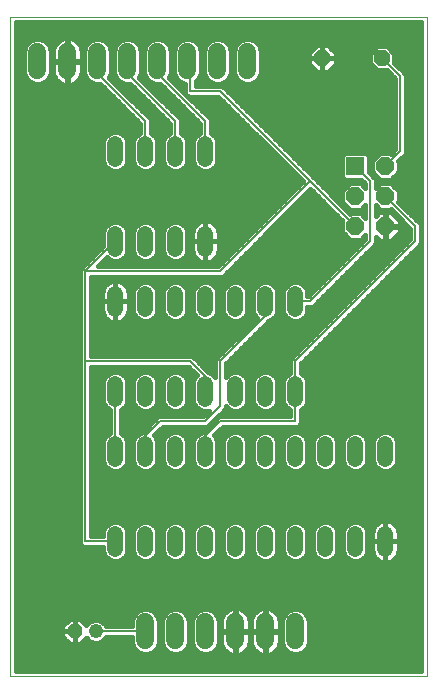
<source format=gtl>
G75*
G70*
%OFA0B0*%
%FSLAX24Y24*%
%IPPOS*%
%LPD*%
%AMOC8*
5,1,8,0,0,1.08239X$1,22.5*
%
%ADD10C,0.0000*%
%ADD11R,0.0600X0.0600*%
%ADD12OC8,0.0600*%
%ADD13C,0.0600*%
%ADD14OC8,0.0480*%
%ADD15C,0.0480*%
%ADD16C,0.0520*%
%ADD17OC8,0.0520*%
%ADD18C,0.0160*%
%ADD19C,0.0060*%
D10*
X000247Y000180D02*
X000247Y022176D01*
X014117Y022176D01*
X014117Y000180D01*
X000247Y000180D01*
D11*
X011747Y017180D03*
D12*
X011747Y016180D03*
X011747Y015180D03*
X012747Y015180D03*
X012747Y016180D03*
X012747Y017180D03*
D13*
X008147Y020380D02*
X008147Y020980D01*
X007147Y020980D02*
X007147Y020380D01*
X006147Y020380D02*
X006147Y020980D01*
X005147Y020980D02*
X005147Y020380D01*
X004147Y020380D02*
X004147Y020980D01*
X003147Y020980D02*
X003147Y020380D01*
X002147Y020380D02*
X002147Y020980D01*
X001147Y020980D02*
X001147Y020380D01*
X004747Y001980D02*
X004747Y001380D01*
X005747Y001380D02*
X005747Y001980D01*
X006747Y001980D02*
X006747Y001380D01*
X007747Y001380D02*
X007747Y001980D01*
X008747Y001980D02*
X008747Y001380D01*
X009747Y001380D02*
X009747Y001980D01*
D14*
X002397Y001680D03*
D15*
X003097Y001680D03*
D16*
X003747Y004420D02*
X003747Y004940D01*
X004747Y004940D02*
X004747Y004420D01*
X005747Y004420D02*
X005747Y004940D01*
X006747Y004940D02*
X006747Y004420D01*
X007747Y004420D02*
X007747Y004940D01*
X008747Y004940D02*
X008747Y004420D01*
X009747Y004420D02*
X009747Y004940D01*
X010747Y004940D02*
X010747Y004420D01*
X011747Y004420D02*
X011747Y004940D01*
X012747Y004940D02*
X012747Y004420D01*
X012747Y007420D02*
X012747Y007940D01*
X011747Y007940D02*
X011747Y007420D01*
X010747Y007420D02*
X010747Y007940D01*
X009747Y007940D02*
X009747Y007420D01*
X008747Y007420D02*
X008747Y007940D01*
X007747Y007940D02*
X007747Y007420D01*
X006747Y007420D02*
X006747Y007940D01*
X005747Y007940D02*
X005747Y007420D01*
X004747Y007420D02*
X004747Y007940D01*
X003747Y007940D02*
X003747Y007420D01*
X003747Y009420D02*
X003747Y009940D01*
X004747Y009940D02*
X004747Y009420D01*
X005747Y009420D02*
X005747Y009940D01*
X006747Y009940D02*
X006747Y009420D01*
X007747Y009420D02*
X007747Y009940D01*
X008747Y009940D02*
X008747Y009420D01*
X009747Y009420D02*
X009747Y009940D01*
X009747Y012420D02*
X009747Y012940D01*
X008747Y012940D02*
X008747Y012420D01*
X007747Y012420D02*
X007747Y012940D01*
X006747Y012940D02*
X006747Y012420D01*
X005747Y012420D02*
X005747Y012940D01*
X004747Y012940D02*
X004747Y012420D01*
X003747Y012420D02*
X003747Y012940D01*
X003747Y014420D02*
X003747Y014940D01*
X004747Y014940D02*
X004747Y014420D01*
X005747Y014420D02*
X005747Y014940D01*
X006747Y014940D02*
X006747Y014420D01*
X006747Y017420D02*
X006747Y017940D01*
X005747Y017940D02*
X005747Y017420D01*
X004747Y017420D02*
X004747Y017940D01*
X003747Y017940D02*
X003747Y017420D01*
D17*
X010647Y020780D03*
X012647Y020780D03*
D18*
X012807Y020380D02*
X012482Y020380D01*
X012247Y020614D01*
X012247Y020946D01*
X012482Y021180D01*
X012813Y021180D01*
X013047Y020946D01*
X013047Y020620D01*
X013318Y020350D01*
X013417Y020250D01*
X013417Y017610D01*
X013179Y017371D01*
X013187Y017362D01*
X013187Y016998D01*
X012929Y016740D01*
X012565Y016740D01*
X012307Y016998D01*
X012307Y017362D01*
X012565Y017620D01*
X012929Y017620D01*
X012938Y017611D01*
X013077Y017750D01*
X013077Y020110D01*
X012807Y020380D01*
X012877Y020310D02*
X008587Y020310D01*
X008587Y020292D02*
X008587Y021068D01*
X008520Y021229D01*
X008396Y021353D01*
X008235Y021420D01*
X008060Y021420D01*
X007898Y021353D01*
X007774Y021229D01*
X007707Y021068D01*
X007707Y020292D01*
X007774Y020131D01*
X007898Y020007D01*
X008060Y019940D01*
X008235Y019940D01*
X008396Y020007D01*
X008520Y020131D01*
X008587Y020292D01*
X008529Y020151D02*
X013036Y020151D01*
X013077Y019993D02*
X008362Y019993D01*
X008587Y020468D02*
X010337Y020468D01*
X010465Y020340D02*
X010207Y020598D01*
X010207Y020780D01*
X010647Y020780D01*
X010647Y020780D01*
X010207Y020780D01*
X010207Y020962D01*
X010465Y021220D01*
X010647Y021220D01*
X010647Y020780D01*
X010647Y020780D01*
X010647Y020340D01*
X010465Y020340D01*
X010647Y020340D02*
X010829Y020340D01*
X011087Y020598D01*
X011087Y020780D01*
X011087Y020962D01*
X010829Y021220D01*
X010647Y021220D01*
X010647Y020780D01*
X010647Y020780D01*
X010647Y020340D01*
X010647Y020468D02*
X010647Y020468D01*
X010647Y020627D02*
X010647Y020627D01*
X010647Y020780D02*
X010647Y020780D01*
X011087Y020780D01*
X010647Y020780D01*
X010647Y020785D02*
X010647Y020785D01*
X010647Y020944D02*
X010647Y020944D01*
X010647Y021102D02*
X010647Y021102D01*
X010347Y021102D02*
X008573Y021102D01*
X008587Y020944D02*
X010207Y020944D01*
X010207Y020785D02*
X008587Y020785D01*
X008587Y020627D02*
X010207Y020627D01*
X010958Y020468D02*
X012394Y020468D01*
X012247Y020627D02*
X011087Y020627D01*
X011087Y020785D02*
X012247Y020785D01*
X012247Y020944D02*
X011087Y020944D01*
X010947Y021102D02*
X012404Y021102D01*
X012891Y021102D02*
X013937Y021102D01*
X013937Y020944D02*
X013047Y020944D01*
X013047Y020785D02*
X013937Y020785D01*
X013937Y020627D02*
X013047Y020627D01*
X013200Y020468D02*
X013937Y020468D01*
X013937Y020310D02*
X013358Y020310D01*
X013417Y020151D02*
X013937Y020151D01*
X013937Y019993D02*
X013417Y019993D01*
X013417Y019834D02*
X013937Y019834D01*
X013937Y019676D02*
X013417Y019676D01*
X013417Y019517D02*
X013937Y019517D01*
X013937Y019359D02*
X013417Y019359D01*
X013417Y019200D02*
X013937Y019200D01*
X013937Y019042D02*
X013417Y019042D01*
X013417Y018883D02*
X013937Y018883D01*
X013937Y018725D02*
X013417Y018725D01*
X013417Y018566D02*
X013937Y018566D01*
X013937Y018408D02*
X013417Y018408D01*
X013417Y018249D02*
X013937Y018249D01*
X013937Y018091D02*
X013417Y018091D01*
X013417Y017932D02*
X013937Y017932D01*
X013937Y017774D02*
X013417Y017774D01*
X013417Y017615D02*
X013937Y017615D01*
X013937Y017457D02*
X013264Y017457D01*
X013187Y017298D02*
X013937Y017298D01*
X013937Y017140D02*
X013187Y017140D01*
X013170Y016981D02*
X013937Y016981D01*
X013937Y016823D02*
X013012Y016823D01*
X012929Y016620D02*
X012565Y016620D01*
X012417Y016472D01*
X012417Y016750D01*
X012318Y016850D01*
X012187Y016980D01*
X012187Y017538D01*
X012105Y017620D01*
X011389Y017620D01*
X011307Y017538D01*
X011307Y016822D01*
X011389Y016740D01*
X011947Y016740D01*
X012077Y016610D01*
X012077Y016472D01*
X011929Y016620D01*
X011565Y016620D01*
X011307Y016362D01*
X011307Y015998D01*
X011565Y015740D01*
X011929Y015740D01*
X012077Y015888D01*
X012077Y015472D01*
X011929Y015620D01*
X011565Y015620D01*
X011556Y015611D01*
X010318Y016850D01*
X007417Y019750D01*
X007318Y019850D01*
X006417Y019850D01*
X006417Y020028D01*
X006520Y020131D01*
X006587Y020292D01*
X006587Y021068D01*
X006520Y021229D01*
X006396Y021353D01*
X006235Y021420D01*
X006060Y021420D01*
X005898Y021353D01*
X005774Y021229D01*
X005707Y021068D01*
X005707Y020292D01*
X005774Y020131D01*
X005898Y020007D01*
X006060Y019940D01*
X006077Y019940D01*
X006077Y019610D01*
X006177Y019510D01*
X007177Y019510D01*
X010007Y016680D01*
X007177Y013850D01*
X003158Y013850D01*
X003455Y014147D01*
X003521Y014081D01*
X003668Y014020D01*
X003827Y014020D01*
X003974Y014081D01*
X004086Y014193D01*
X004147Y014340D01*
X004147Y015020D01*
X004086Y015167D01*
X003974Y015279D01*
X003827Y015340D01*
X003668Y015340D01*
X003521Y015279D01*
X003408Y015167D01*
X003347Y015020D01*
X003347Y014520D01*
X002677Y013850D01*
X002677Y013850D01*
X002577Y013750D01*
X002577Y004610D01*
X002677Y004510D01*
X003347Y004510D01*
X003347Y004340D01*
X003408Y004193D01*
X003521Y004081D01*
X003668Y004020D01*
X003827Y004020D01*
X003974Y004081D01*
X004086Y004193D01*
X004147Y004340D01*
X004147Y005020D01*
X004086Y005167D01*
X003974Y005279D01*
X003827Y005340D01*
X003668Y005340D01*
X003521Y005279D01*
X003408Y005167D01*
X003347Y005020D01*
X003347Y004850D01*
X002917Y004850D01*
X002917Y010510D01*
X006177Y010510D01*
X006464Y010223D01*
X006408Y010167D01*
X006347Y010020D01*
X006347Y009340D01*
X006408Y009193D01*
X006521Y009081D01*
X006668Y009020D01*
X006827Y009020D01*
X006861Y009034D01*
X006677Y008850D01*
X005177Y008850D01*
X005077Y008750D01*
X004666Y008339D01*
X004521Y008279D01*
X004408Y008167D01*
X004347Y008020D01*
X004347Y007340D01*
X004408Y007193D01*
X004521Y007081D01*
X004668Y007020D01*
X004827Y007020D01*
X004974Y007081D01*
X005086Y007193D01*
X005147Y007340D01*
X005147Y008020D01*
X005086Y008167D01*
X005030Y008223D01*
X005318Y008510D01*
X006818Y008510D01*
X007318Y009010D01*
X007417Y009110D01*
X007417Y009184D01*
X007521Y009081D01*
X007668Y009020D01*
X007827Y009020D01*
X007974Y009081D01*
X008086Y009193D01*
X008147Y009340D01*
X008147Y010020D01*
X008086Y010167D01*
X007974Y010279D01*
X007827Y010340D01*
X007668Y010340D01*
X007521Y010279D01*
X007417Y010176D01*
X007417Y010610D01*
X008818Y012010D01*
X008828Y012021D01*
X008974Y012081D01*
X009086Y012193D01*
X009147Y012340D01*
X009147Y013020D01*
X009086Y013167D01*
X008974Y013279D01*
X008827Y013340D01*
X008668Y013340D01*
X008521Y013279D01*
X008408Y013167D01*
X008347Y013020D01*
X008347Y012340D01*
X008408Y012193D01*
X008464Y012137D01*
X007077Y010750D01*
X007077Y010176D01*
X006974Y010279D01*
X006828Y010339D01*
X006417Y010750D01*
X006318Y010850D01*
X002917Y010850D01*
X002917Y013510D01*
X007318Y013510D01*
X007417Y013610D01*
X010247Y016440D01*
X011316Y015371D01*
X011307Y015362D01*
X011307Y014998D01*
X011565Y014740D01*
X011929Y014740D01*
X012077Y014888D01*
X012077Y014750D01*
X010177Y012850D01*
X010147Y012850D01*
X010147Y013020D01*
X010086Y013167D01*
X009974Y013279D01*
X009827Y013340D01*
X009668Y013340D01*
X009521Y013279D01*
X009408Y013167D01*
X009347Y013020D01*
X009347Y012340D01*
X009408Y012193D01*
X009521Y012081D01*
X009668Y012020D01*
X009827Y012020D01*
X009974Y012081D01*
X010086Y012193D01*
X010147Y012340D01*
X010147Y012510D01*
X010318Y012510D01*
X010417Y012610D01*
X012417Y014610D01*
X012417Y014831D01*
X012548Y014700D01*
X012727Y014700D01*
X012727Y015160D01*
X012767Y015160D01*
X012767Y014700D01*
X012946Y014700D01*
X013227Y014981D01*
X013227Y015160D01*
X012767Y015160D01*
X012767Y015200D01*
X012727Y015200D01*
X012727Y015660D01*
X012548Y015660D01*
X012417Y015529D01*
X012417Y015888D01*
X012565Y015740D01*
X012929Y015740D01*
X012938Y015749D01*
X013577Y015110D01*
X013577Y014750D01*
X009677Y010850D01*
X009577Y010750D01*
X009577Y010303D01*
X009521Y010279D01*
X009408Y010167D01*
X009347Y010020D01*
X009347Y009340D01*
X009408Y009193D01*
X009521Y009081D01*
X009577Y009057D01*
X009577Y008850D01*
X007177Y008850D01*
X007077Y008750D01*
X006666Y008339D01*
X006521Y008279D01*
X006408Y008167D01*
X006347Y008020D01*
X006347Y007340D01*
X006408Y007193D01*
X006521Y007081D01*
X006668Y007020D01*
X006827Y007020D01*
X006974Y007081D01*
X007086Y007193D01*
X007147Y007340D01*
X007147Y008020D01*
X007086Y008167D01*
X007030Y008223D01*
X007318Y008510D01*
X009818Y008510D01*
X009917Y008610D01*
X009917Y009057D01*
X009974Y009081D01*
X010086Y009193D01*
X010147Y009340D01*
X010147Y010020D01*
X010086Y010167D01*
X009974Y010279D01*
X009917Y010303D01*
X009917Y010610D01*
X013917Y014610D01*
X013917Y015250D01*
X013818Y015350D01*
X013179Y015989D01*
X013187Y015998D01*
X013187Y016362D01*
X012929Y016620D01*
X013044Y016506D02*
X013937Y016506D01*
X013937Y016664D02*
X012417Y016664D01*
X012417Y016506D02*
X012450Y016506D01*
X012482Y016823D02*
X012345Y016823D01*
X012324Y016981D02*
X012187Y016981D01*
X012187Y017140D02*
X012307Y017140D01*
X012307Y017298D02*
X012187Y017298D01*
X012187Y017457D02*
X012401Y017457D01*
X012560Y017615D02*
X012110Y017615D01*
X012023Y016664D02*
X010504Y016664D01*
X010662Y016506D02*
X011450Y016506D01*
X011307Y016347D02*
X010821Y016347D01*
X010979Y016189D02*
X011307Y016189D01*
X011307Y016030D02*
X011138Y016030D01*
X011296Y015872D02*
X011433Y015872D01*
X011455Y015713D02*
X012077Y015713D01*
X012077Y015555D02*
X011995Y015555D01*
X012061Y015872D02*
X012077Y015872D01*
X012417Y015872D02*
X012433Y015872D01*
X012417Y015713D02*
X012974Y015713D01*
X012946Y015660D02*
X012767Y015660D01*
X012767Y015200D01*
X013227Y015200D01*
X013227Y015379D01*
X012946Y015660D01*
X013052Y015555D02*
X013132Y015555D01*
X013210Y015396D02*
X013291Y015396D01*
X013227Y015238D02*
X013449Y015238D01*
X013577Y015079D02*
X013227Y015079D01*
X013167Y014921D02*
X013577Y014921D01*
X013577Y014762D02*
X013008Y014762D01*
X012767Y014762D02*
X012727Y014762D01*
X012727Y014921D02*
X012767Y014921D01*
X012767Y015079D02*
X012727Y015079D01*
X012727Y015238D02*
X012767Y015238D01*
X012767Y015396D02*
X012727Y015396D01*
X012727Y015555D02*
X012767Y015555D01*
X012443Y015555D02*
X012417Y015555D01*
X012417Y014762D02*
X012486Y014762D01*
X012411Y014604D02*
X013430Y014604D01*
X013272Y014445D02*
X012253Y014445D01*
X012094Y014287D02*
X013113Y014287D01*
X012955Y014128D02*
X011936Y014128D01*
X011777Y013970D02*
X012796Y013970D01*
X012638Y013811D02*
X011619Y013811D01*
X011460Y013653D02*
X012479Y013653D01*
X012321Y013494D02*
X011302Y013494D01*
X011143Y013336D02*
X012162Y013336D01*
X012004Y013177D02*
X010985Y013177D01*
X010826Y013019D02*
X011845Y013019D01*
X011687Y012860D02*
X010668Y012860D01*
X010509Y012702D02*
X011528Y012702D01*
X011370Y012543D02*
X010351Y012543D01*
X010147Y012385D02*
X011211Y012385D01*
X011053Y012226D02*
X010100Y012226D01*
X009942Y012068D02*
X010894Y012068D01*
X010736Y011909D02*
X008717Y011909D01*
X008558Y011751D02*
X010577Y011751D01*
X010419Y011592D02*
X008400Y011592D01*
X008241Y011434D02*
X010260Y011434D01*
X010102Y011275D02*
X008083Y011275D01*
X007924Y011117D02*
X009943Y011117D01*
X009785Y010958D02*
X007766Y010958D01*
X007607Y010800D02*
X009626Y010800D01*
X009577Y010641D02*
X007449Y010641D01*
X007417Y010483D02*
X009577Y010483D01*
X009577Y010324D02*
X008865Y010324D01*
X008827Y010340D02*
X008668Y010340D01*
X008521Y010279D01*
X008408Y010167D01*
X008347Y010020D01*
X008347Y009340D01*
X008408Y009193D01*
X008521Y009081D01*
X008668Y009020D01*
X008827Y009020D01*
X008974Y009081D01*
X009086Y009193D01*
X009147Y009340D01*
X009147Y010020D01*
X009086Y010167D01*
X008974Y010279D01*
X008827Y010340D01*
X009087Y010166D02*
X009408Y010166D01*
X009347Y010007D02*
X009147Y010007D01*
X009147Y009849D02*
X009347Y009849D01*
X009347Y009690D02*
X009147Y009690D01*
X009147Y009532D02*
X009347Y009532D01*
X009347Y009373D02*
X009147Y009373D01*
X009095Y009215D02*
X009399Y009215D01*
X009577Y009056D02*
X008914Y009056D01*
X008581Y009056D02*
X007914Y009056D01*
X008095Y009215D02*
X008399Y009215D01*
X008347Y009373D02*
X008147Y009373D01*
X008147Y009532D02*
X008347Y009532D01*
X008347Y009690D02*
X008147Y009690D01*
X008147Y009849D02*
X008347Y009849D01*
X008347Y010007D02*
X008147Y010007D01*
X008087Y010166D02*
X008408Y010166D01*
X008629Y010324D02*
X007865Y010324D01*
X007629Y010324D02*
X007417Y010324D01*
X007077Y010324D02*
X006865Y010324D01*
X006685Y010483D02*
X007077Y010483D01*
X007077Y010641D02*
X006527Y010641D01*
X006368Y010800D02*
X007126Y010800D01*
X007285Y010958D02*
X002917Y010958D01*
X002917Y011117D02*
X007443Y011117D01*
X007602Y011275D02*
X002917Y011275D01*
X002917Y011434D02*
X007760Y011434D01*
X007919Y011592D02*
X002917Y011592D01*
X002917Y011751D02*
X008077Y011751D01*
X007942Y012068D02*
X008394Y012068D01*
X008395Y012226D02*
X008100Y012226D01*
X008086Y012193D02*
X008147Y012340D01*
X008147Y013020D01*
X008086Y013167D01*
X007974Y013279D01*
X007827Y013340D01*
X007668Y013340D01*
X007521Y013279D01*
X007408Y013167D01*
X007347Y013020D01*
X007347Y012340D01*
X007408Y012193D01*
X007521Y012081D01*
X007668Y012020D01*
X007827Y012020D01*
X007974Y012081D01*
X008086Y012193D01*
X008147Y012385D02*
X008347Y012385D01*
X008347Y012543D02*
X008147Y012543D01*
X008147Y012702D02*
X008347Y012702D01*
X008347Y012860D02*
X008147Y012860D01*
X008147Y013019D02*
X008347Y013019D01*
X008419Y013177D02*
X008076Y013177D01*
X007838Y013336D02*
X008657Y013336D01*
X008838Y013336D02*
X009657Y013336D01*
X009419Y013177D02*
X009076Y013177D01*
X009147Y013019D02*
X009347Y013019D01*
X009347Y012860D02*
X009147Y012860D01*
X009147Y012702D02*
X009347Y012702D01*
X009347Y012543D02*
X009147Y012543D01*
X009147Y012385D02*
X009347Y012385D01*
X009395Y012226D02*
X009100Y012226D01*
X008942Y012068D02*
X009553Y012068D01*
X010147Y012860D02*
X010187Y012860D01*
X010147Y013019D02*
X010345Y013019D01*
X010504Y013177D02*
X010076Y013177D01*
X009838Y013336D02*
X010662Y013336D01*
X010821Y013494D02*
X002917Y013494D01*
X002917Y013336D02*
X003554Y013336D01*
X003578Y013348D02*
X003517Y013316D01*
X003461Y013276D01*
X003412Y013227D01*
X003371Y013171D01*
X003339Y013109D01*
X003318Y013043D01*
X003307Y012975D01*
X003307Y012680D01*
X003307Y012385D01*
X003318Y012317D01*
X003339Y012251D01*
X003371Y012189D01*
X003412Y012133D01*
X003461Y012084D01*
X003517Y012044D01*
X003578Y012012D01*
X003644Y011991D01*
X003713Y011980D01*
X003747Y011980D01*
X003747Y012680D01*
X003307Y012680D01*
X003747Y012680D01*
X003747Y012680D01*
X003747Y012680D01*
X003747Y013380D01*
X003713Y013380D01*
X003644Y013369D01*
X003578Y013348D01*
X003747Y013336D02*
X003747Y013336D01*
X003747Y013380D02*
X003747Y012680D01*
X003747Y012680D01*
X003747Y011980D01*
X003782Y011980D01*
X003850Y011991D01*
X003916Y012012D01*
X003978Y012044D01*
X004034Y012084D01*
X004083Y012133D01*
X004124Y012189D01*
X004155Y012251D01*
X004176Y012317D01*
X004187Y012385D01*
X004187Y012680D01*
X003747Y012680D01*
X004187Y012680D01*
X004187Y012975D01*
X004176Y013043D01*
X004155Y013109D01*
X004124Y013171D01*
X004083Y013227D01*
X004034Y013276D01*
X003978Y013316D01*
X003916Y013348D01*
X003850Y013369D01*
X003782Y013380D01*
X003747Y013380D01*
X003747Y013177D02*
X003747Y013177D01*
X003747Y013019D02*
X003747Y013019D01*
X003747Y012860D02*
X003747Y012860D01*
X003747Y012702D02*
X003747Y012702D01*
X003747Y012680D02*
X003747Y012680D01*
X003747Y012543D02*
X003747Y012543D01*
X003747Y012385D02*
X003747Y012385D01*
X003747Y012226D02*
X003747Y012226D01*
X003747Y012068D02*
X003747Y012068D01*
X003484Y012068D02*
X002917Y012068D01*
X002917Y012226D02*
X003352Y012226D01*
X003307Y012385D02*
X002917Y012385D01*
X002917Y012543D02*
X003307Y012543D01*
X003307Y012702D02*
X002917Y012702D01*
X002917Y012860D02*
X003307Y012860D01*
X003314Y013019D02*
X002917Y013019D01*
X002917Y013177D02*
X003376Y013177D01*
X003940Y013336D02*
X004657Y013336D01*
X004668Y013340D02*
X004521Y013279D01*
X004408Y013167D01*
X004347Y013020D01*
X004347Y012340D01*
X004408Y012193D01*
X004521Y012081D01*
X004668Y012020D01*
X004827Y012020D01*
X004974Y012081D01*
X005086Y012193D01*
X005147Y012340D01*
X005147Y013020D01*
X005086Y013167D01*
X004974Y013279D01*
X004827Y013340D01*
X004668Y013340D01*
X004838Y013336D02*
X005657Y013336D01*
X005668Y013340D02*
X005521Y013279D01*
X005408Y013167D01*
X005347Y013020D01*
X005347Y012340D01*
X005408Y012193D01*
X005521Y012081D01*
X005668Y012020D01*
X005827Y012020D01*
X005974Y012081D01*
X006086Y012193D01*
X006147Y012340D01*
X006147Y013020D01*
X006086Y013167D01*
X005974Y013279D01*
X005827Y013340D01*
X005668Y013340D01*
X005838Y013336D02*
X006657Y013336D01*
X006668Y013340D02*
X006521Y013279D01*
X006408Y013167D01*
X006347Y013020D01*
X006347Y012340D01*
X006408Y012193D01*
X006521Y012081D01*
X006668Y012020D01*
X006827Y012020D01*
X006974Y012081D01*
X007086Y012193D01*
X007147Y012340D01*
X007147Y013020D01*
X007086Y013167D01*
X006974Y013279D01*
X006827Y013340D01*
X006668Y013340D01*
X006838Y013336D02*
X007657Y013336D01*
X007419Y013177D02*
X007076Y013177D01*
X007147Y013019D02*
X007347Y013019D01*
X007347Y012860D02*
X007147Y012860D01*
X007147Y012702D02*
X007347Y012702D01*
X007347Y012543D02*
X007147Y012543D01*
X007147Y012385D02*
X007347Y012385D01*
X007395Y012226D02*
X007100Y012226D01*
X006942Y012068D02*
X007553Y012068D01*
X008236Y011909D02*
X002917Y011909D01*
X002577Y011909D02*
X000427Y011909D01*
X000427Y011751D02*
X002577Y011751D01*
X002577Y011592D02*
X000427Y011592D01*
X000427Y011434D02*
X002577Y011434D01*
X002577Y011275D02*
X000427Y011275D01*
X000427Y011117D02*
X002577Y011117D01*
X002577Y010958D02*
X000427Y010958D01*
X000427Y010800D02*
X002577Y010800D01*
X002577Y010641D02*
X000427Y010641D01*
X000427Y010483D02*
X002577Y010483D01*
X002577Y010324D02*
X000427Y010324D01*
X000427Y010166D02*
X002577Y010166D01*
X002577Y010007D02*
X000427Y010007D01*
X000427Y009849D02*
X002577Y009849D01*
X002577Y009690D02*
X000427Y009690D01*
X000427Y009532D02*
X002577Y009532D01*
X002577Y009373D02*
X000427Y009373D01*
X000427Y009215D02*
X002577Y009215D01*
X002577Y009056D02*
X000427Y009056D01*
X000427Y008898D02*
X002577Y008898D01*
X002577Y008739D02*
X000427Y008739D01*
X000427Y008581D02*
X002577Y008581D01*
X002577Y008422D02*
X000427Y008422D01*
X000427Y008264D02*
X002577Y008264D01*
X002577Y008105D02*
X000427Y008105D01*
X000427Y007947D02*
X002577Y007947D01*
X002577Y007788D02*
X000427Y007788D01*
X000427Y007630D02*
X002577Y007630D01*
X002577Y007471D02*
X000427Y007471D01*
X000427Y007313D02*
X002577Y007313D01*
X002577Y007154D02*
X000427Y007154D01*
X000427Y006996D02*
X002577Y006996D01*
X002577Y006837D02*
X000427Y006837D01*
X000427Y006679D02*
X002577Y006679D01*
X002577Y006520D02*
X000427Y006520D01*
X000427Y006362D02*
X002577Y006362D01*
X002577Y006203D02*
X000427Y006203D01*
X000427Y006045D02*
X002577Y006045D01*
X002577Y005886D02*
X000427Y005886D01*
X000427Y005728D02*
X002577Y005728D01*
X002577Y005569D02*
X000427Y005569D01*
X000427Y005411D02*
X002577Y005411D01*
X002577Y005252D02*
X000427Y005252D01*
X000427Y005094D02*
X002577Y005094D01*
X002577Y004935D02*
X000427Y004935D01*
X000427Y004777D02*
X002577Y004777D01*
X002577Y004618D02*
X000427Y004618D01*
X000427Y004460D02*
X003347Y004460D01*
X003364Y004301D02*
X000427Y004301D01*
X000427Y004143D02*
X003459Y004143D01*
X004035Y004143D02*
X004459Y004143D01*
X004408Y004193D02*
X004521Y004081D01*
X004668Y004020D01*
X004827Y004020D01*
X004974Y004081D01*
X005086Y004193D01*
X005147Y004340D01*
X005147Y005020D01*
X005086Y005167D01*
X004974Y005279D01*
X004827Y005340D01*
X004668Y005340D01*
X004521Y005279D01*
X004408Y005167D01*
X004347Y005020D01*
X004347Y004340D01*
X004408Y004193D01*
X004364Y004301D02*
X004131Y004301D01*
X004147Y004460D02*
X004347Y004460D01*
X004347Y004618D02*
X004147Y004618D01*
X004147Y004777D02*
X004347Y004777D01*
X004347Y004935D02*
X004147Y004935D01*
X004117Y005094D02*
X004378Y005094D01*
X004494Y005252D02*
X004001Y005252D01*
X003494Y005252D02*
X002917Y005252D01*
X002917Y005094D02*
X003378Y005094D01*
X003347Y004935D02*
X002917Y004935D01*
X002917Y005411D02*
X013937Y005411D01*
X013937Y005569D02*
X002917Y005569D01*
X002917Y005728D02*
X013937Y005728D01*
X013937Y005886D02*
X002917Y005886D01*
X002917Y006045D02*
X013937Y006045D01*
X013937Y006203D02*
X002917Y006203D01*
X002917Y006362D02*
X013937Y006362D01*
X013937Y006520D02*
X002917Y006520D01*
X002917Y006679D02*
X013937Y006679D01*
X013937Y006837D02*
X002917Y006837D01*
X002917Y006996D02*
X013937Y006996D01*
X013937Y007154D02*
X013047Y007154D01*
X013086Y007193D02*
X013147Y007340D01*
X013147Y008020D01*
X013086Y008167D01*
X012974Y008279D01*
X012827Y008340D01*
X012668Y008340D01*
X012521Y008279D01*
X012408Y008167D01*
X012347Y008020D01*
X012347Y007340D01*
X012408Y007193D01*
X012521Y007081D01*
X012668Y007020D01*
X012827Y007020D01*
X012974Y007081D01*
X013086Y007193D01*
X013136Y007313D02*
X013937Y007313D01*
X013937Y007471D02*
X013147Y007471D01*
X013147Y007630D02*
X013937Y007630D01*
X013937Y007788D02*
X013147Y007788D01*
X013147Y007947D02*
X013937Y007947D01*
X013937Y008105D02*
X013112Y008105D01*
X012989Y008264D02*
X013937Y008264D01*
X013937Y008422D02*
X007230Y008422D01*
X007071Y008264D02*
X007505Y008264D01*
X007521Y008279D02*
X007408Y008167D01*
X007347Y008020D01*
X007347Y007340D01*
X007408Y007193D01*
X007521Y007081D01*
X007668Y007020D01*
X007827Y007020D01*
X007974Y007081D01*
X008086Y007193D01*
X008147Y007340D01*
X008147Y008020D01*
X008086Y008167D01*
X007974Y008279D01*
X007827Y008340D01*
X007668Y008340D01*
X007521Y008279D01*
X007383Y008105D02*
X007112Y008105D01*
X007147Y007947D02*
X007347Y007947D01*
X007347Y007788D02*
X007147Y007788D01*
X007147Y007630D02*
X007347Y007630D01*
X007347Y007471D02*
X007147Y007471D01*
X007136Y007313D02*
X007359Y007313D01*
X007448Y007154D02*
X007047Y007154D01*
X006448Y007154D02*
X006047Y007154D01*
X006086Y007193D02*
X005974Y007081D01*
X005827Y007020D01*
X005668Y007020D01*
X005521Y007081D01*
X005408Y007193D01*
X005347Y007340D01*
X005347Y008020D01*
X005408Y008167D01*
X005521Y008279D01*
X005668Y008340D01*
X005827Y008340D01*
X005974Y008279D01*
X006086Y008167D01*
X006147Y008020D01*
X006147Y007340D01*
X006086Y007193D01*
X006136Y007313D02*
X006359Y007313D01*
X006347Y007471D02*
X006147Y007471D01*
X006147Y007630D02*
X006347Y007630D01*
X006347Y007788D02*
X006147Y007788D01*
X006147Y007947D02*
X006347Y007947D01*
X006383Y008105D02*
X006112Y008105D01*
X005989Y008264D02*
X006505Y008264D01*
X006749Y008422D02*
X005230Y008422D01*
X005071Y008264D02*
X005505Y008264D01*
X005383Y008105D02*
X005112Y008105D01*
X005147Y007947D02*
X005347Y007947D01*
X005347Y007788D02*
X005147Y007788D01*
X005147Y007630D02*
X005347Y007630D01*
X005347Y007471D02*
X005147Y007471D01*
X005136Y007313D02*
X005359Y007313D01*
X005448Y007154D02*
X005047Y007154D01*
X004448Y007154D02*
X004047Y007154D01*
X004086Y007193D02*
X004147Y007340D01*
X004147Y008020D01*
X004086Y008167D01*
X003974Y008279D01*
X003917Y008303D01*
X003917Y009057D01*
X003974Y009081D01*
X004086Y009193D01*
X004147Y009340D01*
X004147Y010020D01*
X004086Y010167D01*
X003974Y010279D01*
X003827Y010340D01*
X003668Y010340D01*
X003521Y010279D01*
X003408Y010167D01*
X003347Y010020D01*
X003347Y009340D01*
X003408Y009193D01*
X003521Y009081D01*
X003577Y009057D01*
X003577Y008303D01*
X003521Y008279D01*
X003408Y008167D01*
X003347Y008020D01*
X003347Y007340D01*
X003408Y007193D01*
X003521Y007081D01*
X003668Y007020D01*
X003827Y007020D01*
X003974Y007081D01*
X004086Y007193D01*
X004136Y007313D02*
X004359Y007313D01*
X004347Y007471D02*
X004147Y007471D01*
X004147Y007630D02*
X004347Y007630D01*
X004347Y007788D02*
X004147Y007788D01*
X004147Y007947D02*
X004347Y007947D01*
X004383Y008105D02*
X004112Y008105D01*
X003989Y008264D02*
X004505Y008264D01*
X004749Y008422D02*
X003917Y008422D01*
X003917Y008581D02*
X004907Y008581D01*
X005066Y008739D02*
X003917Y008739D01*
X003917Y008898D02*
X006724Y008898D01*
X006581Y009056D02*
X005914Y009056D01*
X005974Y009081D02*
X005827Y009020D01*
X005668Y009020D01*
X005521Y009081D01*
X005408Y009193D01*
X005347Y009340D01*
X005347Y010020D01*
X005408Y010167D01*
X005521Y010279D01*
X005668Y010340D01*
X005827Y010340D01*
X005974Y010279D01*
X006086Y010167D01*
X006147Y010020D01*
X006147Y009340D01*
X006086Y009193D01*
X005974Y009081D01*
X006095Y009215D02*
X006399Y009215D01*
X006347Y009373D02*
X006147Y009373D01*
X006147Y009532D02*
X006347Y009532D01*
X006347Y009690D02*
X006147Y009690D01*
X006147Y009849D02*
X006347Y009849D01*
X006347Y010007D02*
X006147Y010007D01*
X006087Y010166D02*
X006408Y010166D01*
X006363Y010324D02*
X005865Y010324D01*
X005629Y010324D02*
X004865Y010324D01*
X004827Y010340D02*
X004668Y010340D01*
X004521Y010279D01*
X004408Y010167D01*
X004347Y010020D01*
X004347Y009340D01*
X004408Y009193D01*
X004521Y009081D01*
X004668Y009020D01*
X004827Y009020D01*
X004974Y009081D01*
X005086Y009193D01*
X005147Y009340D01*
X005147Y010020D01*
X005086Y010167D01*
X004974Y010279D01*
X004827Y010340D01*
X004629Y010324D02*
X003865Y010324D01*
X003629Y010324D02*
X002917Y010324D01*
X002917Y010166D02*
X003408Y010166D01*
X003347Y010007D02*
X002917Y010007D01*
X002917Y009849D02*
X003347Y009849D01*
X003347Y009690D02*
X002917Y009690D01*
X002917Y009532D02*
X003347Y009532D01*
X003347Y009373D02*
X002917Y009373D01*
X002917Y009215D02*
X003399Y009215D01*
X003577Y009056D02*
X002917Y009056D01*
X002917Y008898D02*
X003577Y008898D01*
X003577Y008739D02*
X002917Y008739D01*
X002917Y008581D02*
X003577Y008581D01*
X003577Y008422D02*
X002917Y008422D01*
X002917Y008264D02*
X003505Y008264D01*
X003383Y008105D02*
X002917Y008105D01*
X002917Y007947D02*
X003347Y007947D01*
X003347Y007788D02*
X002917Y007788D01*
X002917Y007630D02*
X003347Y007630D01*
X003347Y007471D02*
X002917Y007471D01*
X002917Y007313D02*
X003359Y007313D01*
X003448Y007154D02*
X002917Y007154D01*
X003917Y009056D02*
X004581Y009056D01*
X004399Y009215D02*
X004095Y009215D01*
X004147Y009373D02*
X004347Y009373D01*
X004347Y009532D02*
X004147Y009532D01*
X004147Y009690D02*
X004347Y009690D01*
X004347Y009849D02*
X004147Y009849D01*
X004147Y010007D02*
X004347Y010007D01*
X004408Y010166D02*
X004087Y010166D01*
X004914Y009056D02*
X005581Y009056D01*
X005399Y009215D02*
X005095Y009215D01*
X005147Y009373D02*
X005347Y009373D01*
X005347Y009532D02*
X005147Y009532D01*
X005147Y009690D02*
X005347Y009690D01*
X005347Y009849D02*
X005147Y009849D01*
X005147Y010007D02*
X005347Y010007D01*
X005408Y010166D02*
X005087Y010166D01*
X006204Y010483D02*
X002917Y010483D01*
X002577Y012068D02*
X000427Y012068D01*
X000427Y012226D02*
X002577Y012226D01*
X002577Y012385D02*
X000427Y012385D01*
X000427Y012543D02*
X002577Y012543D01*
X002577Y012702D02*
X000427Y012702D01*
X000427Y012860D02*
X002577Y012860D01*
X002577Y013019D02*
X000427Y013019D01*
X000427Y013177D02*
X002577Y013177D01*
X002577Y013336D02*
X000427Y013336D01*
X000427Y013494D02*
X002577Y013494D01*
X002577Y013653D02*
X000427Y013653D01*
X000427Y013811D02*
X002638Y013811D01*
X002796Y013970D02*
X000427Y013970D01*
X000427Y014128D02*
X002955Y014128D01*
X003113Y014287D02*
X000427Y014287D01*
X000427Y014445D02*
X003272Y014445D01*
X003347Y014604D02*
X000427Y014604D01*
X000427Y014762D02*
X003347Y014762D01*
X003347Y014921D02*
X000427Y014921D01*
X000427Y015079D02*
X003372Y015079D01*
X003479Y015238D02*
X000427Y015238D01*
X000427Y015396D02*
X008723Y015396D01*
X008881Y015555D02*
X000427Y015555D01*
X000427Y015713D02*
X009040Y015713D01*
X009198Y015872D02*
X000427Y015872D01*
X000427Y016030D02*
X009357Y016030D01*
X009515Y016189D02*
X000427Y016189D01*
X000427Y016347D02*
X009674Y016347D01*
X009832Y016506D02*
X000427Y016506D01*
X000427Y016664D02*
X009991Y016664D01*
X009864Y016823D02*
X000427Y016823D01*
X000427Y016981D02*
X009706Y016981D01*
X009547Y017140D02*
X007032Y017140D01*
X007086Y017193D02*
X006974Y017081D01*
X006827Y017020D01*
X006668Y017020D01*
X006521Y017081D01*
X006408Y017193D01*
X006347Y017340D01*
X006347Y018020D01*
X006408Y018167D01*
X006521Y018279D01*
X006577Y018303D01*
X006577Y018610D01*
X005243Y019944D01*
X005235Y019940D01*
X005060Y019940D01*
X004898Y020007D01*
X004774Y020131D01*
X004707Y020292D01*
X004707Y021068D01*
X004774Y021229D01*
X004898Y021353D01*
X005060Y021420D01*
X005235Y021420D01*
X005396Y021353D01*
X005520Y021229D01*
X005587Y021068D01*
X005587Y020292D01*
X005525Y020143D01*
X006917Y018750D01*
X006917Y018303D01*
X006974Y018279D01*
X007086Y018167D01*
X007147Y018020D01*
X007147Y017340D01*
X007086Y017193D01*
X007130Y017298D02*
X009389Y017298D01*
X009553Y017615D02*
X011384Y017615D01*
X011307Y017457D02*
X009711Y017457D01*
X009870Y017298D02*
X011307Y017298D01*
X011307Y017140D02*
X010028Y017140D01*
X010187Y016981D02*
X011307Y016981D01*
X011307Y016823D02*
X010345Y016823D01*
X010340Y016347D02*
X010155Y016347D01*
X009996Y016189D02*
X010498Y016189D01*
X010657Y016030D02*
X009838Y016030D01*
X009679Y015872D02*
X010815Y015872D01*
X010974Y015713D02*
X009521Y015713D01*
X009362Y015555D02*
X011132Y015555D01*
X011291Y015396D02*
X009204Y015396D01*
X009045Y015238D02*
X011307Y015238D01*
X011307Y015079D02*
X008887Y015079D01*
X008728Y014921D02*
X011384Y014921D01*
X011543Y014762D02*
X008570Y014762D01*
X008411Y014604D02*
X011930Y014604D01*
X011951Y014762D02*
X012077Y014762D01*
X011772Y014445D02*
X008253Y014445D01*
X008094Y014287D02*
X011613Y014287D01*
X011455Y014128D02*
X007936Y014128D01*
X007777Y013970D02*
X011296Y013970D01*
X011138Y013811D02*
X007619Y013811D01*
X007460Y013653D02*
X010979Y013653D01*
X011851Y012543D02*
X013937Y012543D01*
X013937Y012385D02*
X011692Y012385D01*
X011534Y012226D02*
X013937Y012226D01*
X013937Y012068D02*
X011375Y012068D01*
X011217Y011909D02*
X013937Y011909D01*
X013937Y011751D02*
X011058Y011751D01*
X010900Y011592D02*
X013937Y011592D01*
X013937Y011434D02*
X010741Y011434D01*
X010583Y011275D02*
X013937Y011275D01*
X013937Y011117D02*
X010424Y011117D01*
X010266Y010958D02*
X013937Y010958D01*
X013937Y010800D02*
X010107Y010800D01*
X009949Y010641D02*
X013937Y010641D01*
X013937Y010483D02*
X009917Y010483D01*
X009917Y010324D02*
X013937Y010324D01*
X013937Y010166D02*
X010087Y010166D01*
X010147Y010007D02*
X013937Y010007D01*
X013937Y009849D02*
X010147Y009849D01*
X010147Y009690D02*
X013937Y009690D01*
X013937Y009532D02*
X010147Y009532D01*
X010147Y009373D02*
X013937Y009373D01*
X013937Y009215D02*
X010095Y009215D01*
X009917Y009056D02*
X013937Y009056D01*
X013937Y008898D02*
X009917Y008898D01*
X009917Y008739D02*
X013937Y008739D01*
X013937Y008581D02*
X009888Y008581D01*
X009827Y008340D02*
X009668Y008340D01*
X009521Y008279D01*
X009408Y008167D01*
X009347Y008020D01*
X009347Y007340D01*
X009408Y007193D01*
X009521Y007081D01*
X009668Y007020D01*
X009827Y007020D01*
X009974Y007081D01*
X010086Y007193D01*
X010147Y007340D01*
X010147Y008020D01*
X010086Y008167D01*
X009974Y008279D01*
X009827Y008340D01*
X009989Y008264D02*
X010505Y008264D01*
X010521Y008279D02*
X010408Y008167D01*
X010347Y008020D01*
X010347Y007340D01*
X010408Y007193D01*
X010521Y007081D01*
X010668Y007020D01*
X010827Y007020D01*
X010974Y007081D01*
X011086Y007193D01*
X011147Y007340D01*
X011147Y008020D01*
X011086Y008167D01*
X010974Y008279D01*
X010827Y008340D01*
X010668Y008340D01*
X010521Y008279D01*
X010383Y008105D02*
X010112Y008105D01*
X010147Y007947D02*
X010347Y007947D01*
X010347Y007788D02*
X010147Y007788D01*
X010147Y007630D02*
X010347Y007630D01*
X010347Y007471D02*
X010147Y007471D01*
X010136Y007313D02*
X010359Y007313D01*
X010448Y007154D02*
X010047Y007154D01*
X009448Y007154D02*
X009047Y007154D01*
X009086Y007193D02*
X008974Y007081D01*
X008827Y007020D01*
X008668Y007020D01*
X008521Y007081D01*
X008408Y007193D01*
X008347Y007340D01*
X008347Y008020D01*
X008408Y008167D01*
X008521Y008279D01*
X008668Y008340D01*
X008827Y008340D01*
X008974Y008279D01*
X009086Y008167D01*
X009147Y008020D01*
X009147Y007340D01*
X009086Y007193D01*
X009136Y007313D02*
X009359Y007313D01*
X009347Y007471D02*
X009147Y007471D01*
X009147Y007630D02*
X009347Y007630D01*
X009347Y007788D02*
X009147Y007788D01*
X009147Y007947D02*
X009347Y007947D01*
X009383Y008105D02*
X009112Y008105D01*
X008989Y008264D02*
X009505Y008264D01*
X009577Y008898D02*
X007205Y008898D01*
X007066Y008739D02*
X007047Y008739D01*
X006907Y008581D02*
X006888Y008581D01*
X007364Y009056D02*
X007581Y009056D01*
X007989Y008264D02*
X008505Y008264D01*
X008383Y008105D02*
X008112Y008105D01*
X008147Y007947D02*
X008347Y007947D01*
X008347Y007788D02*
X008147Y007788D01*
X008147Y007630D02*
X008347Y007630D01*
X008347Y007471D02*
X008147Y007471D01*
X008136Y007313D02*
X008359Y007313D01*
X008448Y007154D02*
X008047Y007154D01*
X007827Y005340D02*
X007668Y005340D01*
X007521Y005279D01*
X007408Y005167D01*
X007347Y005020D01*
X007347Y004340D01*
X007408Y004193D01*
X007521Y004081D01*
X007668Y004020D01*
X007827Y004020D01*
X007974Y004081D01*
X008086Y004193D01*
X008147Y004340D01*
X008147Y005020D01*
X008086Y005167D01*
X007974Y005279D01*
X007827Y005340D01*
X008001Y005252D02*
X008494Y005252D01*
X008521Y005279D02*
X008408Y005167D01*
X008347Y005020D01*
X008347Y004340D01*
X008408Y004193D01*
X008521Y004081D01*
X008668Y004020D01*
X008827Y004020D01*
X008974Y004081D01*
X009086Y004193D01*
X009147Y004340D01*
X009147Y005020D01*
X009086Y005167D01*
X008974Y005279D01*
X008827Y005340D01*
X008668Y005340D01*
X008521Y005279D01*
X008378Y005094D02*
X008117Y005094D01*
X008147Y004935D02*
X008347Y004935D01*
X008347Y004777D02*
X008147Y004777D01*
X008147Y004618D02*
X008347Y004618D01*
X008347Y004460D02*
X008147Y004460D01*
X008131Y004301D02*
X008364Y004301D01*
X008459Y004143D02*
X008035Y004143D01*
X007459Y004143D02*
X007035Y004143D01*
X007086Y004193D02*
X006974Y004081D01*
X006827Y004020D01*
X006668Y004020D01*
X006521Y004081D01*
X006408Y004193D01*
X006347Y004340D01*
X006347Y005020D01*
X006408Y005167D01*
X006521Y005279D01*
X006668Y005340D01*
X006827Y005340D01*
X006974Y005279D01*
X007086Y005167D01*
X007147Y005020D01*
X007147Y004340D01*
X007086Y004193D01*
X007131Y004301D02*
X007364Y004301D01*
X007347Y004460D02*
X007147Y004460D01*
X007147Y004618D02*
X007347Y004618D01*
X007347Y004777D02*
X007147Y004777D01*
X007147Y004935D02*
X007347Y004935D01*
X007378Y005094D02*
X007117Y005094D01*
X007001Y005252D02*
X007494Y005252D01*
X006494Y005252D02*
X006001Y005252D01*
X005974Y005279D02*
X005827Y005340D01*
X005668Y005340D01*
X005521Y005279D01*
X005408Y005167D01*
X005347Y005020D01*
X005347Y004340D01*
X005408Y004193D01*
X005521Y004081D01*
X005668Y004020D01*
X005827Y004020D01*
X005974Y004081D01*
X006086Y004193D01*
X006147Y004340D01*
X006147Y005020D01*
X006086Y005167D01*
X005974Y005279D01*
X006117Y005094D02*
X006378Y005094D01*
X006347Y004935D02*
X006147Y004935D01*
X006147Y004777D02*
X006347Y004777D01*
X006347Y004618D02*
X006147Y004618D01*
X006147Y004460D02*
X006347Y004460D01*
X006364Y004301D02*
X006131Y004301D01*
X006035Y004143D02*
X006459Y004143D01*
X005494Y005252D02*
X005001Y005252D01*
X005117Y005094D02*
X005378Y005094D01*
X005347Y004935D02*
X005147Y004935D01*
X005147Y004777D02*
X005347Y004777D01*
X005347Y004618D02*
X005147Y004618D01*
X005147Y004460D02*
X005347Y004460D01*
X005364Y004301D02*
X005131Y004301D01*
X005035Y004143D02*
X005459Y004143D01*
X005660Y002420D02*
X005498Y002353D01*
X005374Y002229D01*
X005307Y002068D01*
X005307Y001292D01*
X005374Y001131D01*
X005120Y001131D01*
X005187Y001292D01*
X005187Y002068D01*
X005120Y002229D01*
X004996Y002353D01*
X004835Y002420D01*
X004660Y002420D01*
X004498Y002353D01*
X004374Y002229D01*
X004307Y002068D01*
X004307Y001850D01*
X003438Y001850D01*
X003419Y001895D01*
X003312Y002002D01*
X003173Y002060D01*
X003022Y002060D01*
X002882Y002002D01*
X002776Y001896D01*
X002571Y002100D01*
X002397Y002100D01*
X002223Y002100D01*
X001977Y001854D01*
X001977Y001680D01*
X001977Y001506D01*
X002223Y001260D01*
X002397Y001260D01*
X002397Y001680D01*
X001977Y001680D01*
X002397Y001680D01*
X002397Y001680D01*
X002397Y001680D01*
X002397Y002100D01*
X002397Y001680D01*
X002397Y001680D01*
X002397Y001260D01*
X002571Y001260D01*
X002776Y001464D01*
X002882Y001358D01*
X003022Y001300D01*
X003173Y001300D01*
X003312Y001358D01*
X003419Y001465D01*
X003438Y001510D01*
X004307Y001510D01*
X004307Y001292D01*
X004374Y001131D01*
X000427Y001131D01*
X000427Y000973D02*
X004581Y000973D01*
X004660Y000940D02*
X004498Y001007D01*
X004374Y001131D01*
X004308Y001290D02*
X002601Y001290D01*
X002759Y001448D02*
X002792Y001448D01*
X002803Y001924D02*
X002748Y001924D01*
X002589Y002082D02*
X004313Y002082D01*
X004307Y001924D02*
X003391Y001924D01*
X003403Y001448D02*
X004307Y001448D01*
X004660Y000940D02*
X004835Y000940D01*
X004996Y001007D01*
X005120Y001131D01*
X005186Y001290D02*
X005308Y001290D01*
X005307Y001448D02*
X005187Y001448D01*
X005187Y001607D02*
X005307Y001607D01*
X005307Y001765D02*
X005187Y001765D01*
X005187Y001924D02*
X005307Y001924D01*
X005313Y002082D02*
X005181Y002082D01*
X005109Y002241D02*
X005385Y002241D01*
X005609Y002399D02*
X004885Y002399D01*
X004609Y002399D02*
X000427Y002399D01*
X000427Y002241D02*
X004385Y002241D01*
X004913Y000973D02*
X005581Y000973D01*
X005660Y000940D02*
X005498Y001007D01*
X005374Y001131D01*
X005660Y000940D02*
X005835Y000940D01*
X005996Y001007D01*
X006120Y001131D01*
X006374Y001131D01*
X006498Y001007D01*
X006660Y000940D01*
X006835Y000940D01*
X006996Y001007D01*
X007120Y001131D01*
X007335Y001131D01*
X007337Y001128D02*
X007381Y001067D01*
X007435Y001014D01*
X007496Y000969D01*
X007563Y000935D01*
X007635Y000912D01*
X007709Y000900D01*
X007727Y000900D01*
X007727Y001660D01*
X007267Y001660D01*
X007267Y001342D01*
X007279Y001268D01*
X007302Y001196D01*
X007337Y001128D01*
X007276Y001290D02*
X007186Y001290D01*
X007187Y001292D02*
X007187Y002068D01*
X007120Y002229D01*
X006996Y002353D01*
X006835Y002420D01*
X006660Y002420D01*
X006498Y002353D01*
X006374Y002229D01*
X006307Y002068D01*
X006307Y001292D01*
X006374Y001131D01*
X006308Y001290D02*
X006186Y001290D01*
X006187Y001292D02*
X006187Y002068D01*
X006120Y002229D01*
X005996Y002353D01*
X005835Y002420D01*
X005660Y002420D01*
X005885Y002399D02*
X006609Y002399D01*
X006385Y002241D02*
X006109Y002241D01*
X006181Y002082D02*
X006313Y002082D01*
X006307Y001924D02*
X006187Y001924D01*
X006187Y001765D02*
X006307Y001765D01*
X006307Y001607D02*
X006187Y001607D01*
X006187Y001448D02*
X006307Y001448D01*
X006187Y001292D02*
X006120Y001131D01*
X005913Y000973D02*
X006581Y000973D01*
X006913Y000973D02*
X007491Y000973D01*
X007727Y000973D02*
X007767Y000973D01*
X007767Y000900D02*
X007785Y000900D01*
X007860Y000912D01*
X007931Y000935D01*
X007999Y000969D01*
X008060Y001014D01*
X008113Y001067D01*
X008158Y001128D01*
X008192Y001196D01*
X008215Y001268D01*
X008227Y001342D01*
X008227Y001660D01*
X007767Y001660D01*
X007767Y000900D01*
X007767Y001131D02*
X007727Y001131D01*
X007727Y001290D02*
X007767Y001290D01*
X007767Y001448D02*
X007727Y001448D01*
X007727Y001607D02*
X007767Y001607D01*
X007767Y001660D02*
X007727Y001660D01*
X007727Y001700D01*
X007267Y001700D01*
X007267Y002018D01*
X007279Y002092D01*
X007302Y002164D01*
X007337Y002232D01*
X007381Y002293D01*
X007435Y002346D01*
X007496Y002391D01*
X007563Y002425D01*
X007635Y002448D01*
X007709Y002460D01*
X007727Y002460D01*
X007727Y001700D01*
X007767Y001700D01*
X007767Y002460D01*
X007785Y002460D01*
X007860Y002448D01*
X007931Y002425D01*
X007999Y002391D01*
X008060Y002346D01*
X008113Y002293D01*
X008158Y002232D01*
X008192Y002164D01*
X008215Y002092D01*
X008227Y002018D01*
X008227Y001700D01*
X007767Y001700D01*
X007767Y001660D01*
X007767Y001765D02*
X007727Y001765D01*
X007727Y001924D02*
X007767Y001924D01*
X007767Y002082D02*
X007727Y002082D01*
X007727Y002241D02*
X007767Y002241D01*
X007767Y002399D02*
X007727Y002399D01*
X007512Y002399D02*
X006885Y002399D01*
X007109Y002241D02*
X007343Y002241D01*
X007277Y002082D02*
X007181Y002082D01*
X007187Y001924D02*
X007267Y001924D01*
X007267Y001765D02*
X007187Y001765D01*
X007187Y001607D02*
X007267Y001607D01*
X007267Y001448D02*
X007187Y001448D01*
X007187Y001292D02*
X007120Y001131D01*
X008003Y000973D02*
X008491Y000973D01*
X008496Y000969D02*
X008563Y000935D01*
X008635Y000912D01*
X008709Y000900D01*
X008727Y000900D01*
X008727Y001660D01*
X008267Y001660D01*
X008267Y001342D01*
X008279Y001268D01*
X008302Y001196D01*
X008337Y001128D01*
X008381Y001067D01*
X008435Y001014D01*
X008496Y000969D01*
X008335Y001131D02*
X008159Y001131D01*
X008219Y001290D02*
X008276Y001290D01*
X008267Y001448D02*
X008227Y001448D01*
X008227Y001607D02*
X008267Y001607D01*
X008267Y001700D02*
X008727Y001700D01*
X008727Y001660D01*
X008767Y001660D01*
X008767Y000900D01*
X008785Y000900D01*
X008860Y000912D01*
X008931Y000935D01*
X008999Y000969D01*
X009060Y001014D01*
X009113Y001067D01*
X009158Y001128D01*
X009192Y001196D01*
X009215Y001268D01*
X009227Y001342D01*
X009227Y001660D01*
X008767Y001660D01*
X008767Y001700D01*
X008727Y001700D01*
X008727Y002460D01*
X008709Y002460D01*
X008635Y002448D01*
X008563Y002425D01*
X008496Y002391D01*
X008435Y002346D01*
X008381Y002293D01*
X008337Y002232D01*
X008302Y002164D01*
X008279Y002092D01*
X008267Y002018D01*
X008267Y001700D01*
X008267Y001765D02*
X008227Y001765D01*
X008227Y001924D02*
X008267Y001924D01*
X008277Y002082D02*
X008217Y002082D01*
X008151Y002241D02*
X008343Y002241D01*
X008512Y002399D02*
X007982Y002399D01*
X008727Y002399D02*
X008767Y002399D01*
X008767Y002460D02*
X008767Y001700D01*
X009227Y001700D01*
X009227Y002018D01*
X009215Y002092D01*
X009192Y002164D01*
X009158Y002232D01*
X009113Y002293D01*
X009060Y002346D01*
X008999Y002391D01*
X008931Y002425D01*
X008860Y002448D01*
X008785Y002460D01*
X008767Y002460D01*
X008767Y002241D02*
X008727Y002241D01*
X008727Y002082D02*
X008767Y002082D01*
X008767Y001924D02*
X008727Y001924D01*
X008727Y001765D02*
X008767Y001765D01*
X008767Y001607D02*
X008727Y001607D01*
X008727Y001448D02*
X008767Y001448D01*
X008767Y001290D02*
X008727Y001290D01*
X008727Y001131D02*
X008767Y001131D01*
X008767Y000973D02*
X008727Y000973D01*
X009003Y000973D02*
X009581Y000973D01*
X009660Y000940D02*
X009835Y000940D01*
X009996Y001007D01*
X010120Y001131D01*
X013937Y001131D01*
X013937Y000973D02*
X009913Y000973D01*
X009660Y000940D02*
X009498Y001007D01*
X009374Y001131D01*
X009159Y001131D01*
X009219Y001290D02*
X009308Y001290D01*
X009307Y001292D02*
X009374Y001131D01*
X009307Y001292D02*
X009307Y002068D01*
X009374Y002229D01*
X009498Y002353D01*
X009660Y002420D01*
X009835Y002420D01*
X009996Y002353D01*
X010120Y002229D01*
X010187Y002068D01*
X010187Y001292D01*
X010120Y001131D01*
X010186Y001290D02*
X013937Y001290D01*
X013937Y001448D02*
X010187Y001448D01*
X010187Y001607D02*
X013937Y001607D01*
X013937Y001765D02*
X010187Y001765D01*
X010187Y001924D02*
X013937Y001924D01*
X013937Y002082D02*
X010181Y002082D01*
X010109Y002241D02*
X013937Y002241D01*
X013937Y002399D02*
X009885Y002399D01*
X009609Y002399D02*
X008982Y002399D01*
X009151Y002241D02*
X009385Y002241D01*
X009313Y002082D02*
X009217Y002082D01*
X009227Y001924D02*
X009307Y001924D01*
X009307Y001765D02*
X009227Y001765D01*
X009227Y001607D02*
X009307Y001607D01*
X009307Y001448D02*
X009227Y001448D01*
X009668Y004020D02*
X009827Y004020D01*
X009974Y004081D01*
X010086Y004193D01*
X010147Y004340D01*
X010147Y005020D01*
X010086Y005167D01*
X009974Y005279D01*
X009827Y005340D01*
X009668Y005340D01*
X009521Y005279D01*
X009408Y005167D01*
X009347Y005020D01*
X009347Y004340D01*
X009408Y004193D01*
X009521Y004081D01*
X009668Y004020D01*
X009459Y004143D02*
X009035Y004143D01*
X009131Y004301D02*
X009364Y004301D01*
X009347Y004460D02*
X009147Y004460D01*
X009147Y004618D02*
X009347Y004618D01*
X009347Y004777D02*
X009147Y004777D01*
X009147Y004935D02*
X009347Y004935D01*
X009378Y005094D02*
X009117Y005094D01*
X009001Y005252D02*
X009494Y005252D01*
X010001Y005252D02*
X010494Y005252D01*
X010521Y005279D02*
X010408Y005167D01*
X010347Y005020D01*
X010347Y004340D01*
X010408Y004193D01*
X010521Y004081D01*
X010668Y004020D01*
X010827Y004020D01*
X010974Y004081D01*
X011086Y004193D01*
X011147Y004340D01*
X011147Y005020D01*
X011086Y005167D01*
X010974Y005279D01*
X010827Y005340D01*
X010668Y005340D01*
X010521Y005279D01*
X010378Y005094D02*
X010117Y005094D01*
X010147Y004935D02*
X010347Y004935D01*
X010347Y004777D02*
X010147Y004777D01*
X010147Y004618D02*
X010347Y004618D01*
X010347Y004460D02*
X010147Y004460D01*
X010131Y004301D02*
X010364Y004301D01*
X010459Y004143D02*
X010035Y004143D01*
X011035Y004143D02*
X011459Y004143D01*
X011408Y004193D02*
X011521Y004081D01*
X011668Y004020D01*
X011827Y004020D01*
X011974Y004081D01*
X012086Y004193D01*
X012147Y004340D01*
X012147Y005020D01*
X012086Y005167D01*
X011974Y005279D01*
X011827Y005340D01*
X011668Y005340D01*
X011521Y005279D01*
X011408Y005167D01*
X011347Y005020D01*
X011347Y004340D01*
X011408Y004193D01*
X011364Y004301D02*
X011131Y004301D01*
X011147Y004460D02*
X011347Y004460D01*
X011347Y004618D02*
X011147Y004618D01*
X011147Y004777D02*
X011347Y004777D01*
X011347Y004935D02*
X011147Y004935D01*
X011117Y005094D02*
X011378Y005094D01*
X011494Y005252D02*
X011001Y005252D01*
X012001Y005252D02*
X012437Y005252D01*
X012461Y005276D02*
X012412Y005227D01*
X012371Y005171D01*
X012339Y005109D01*
X012318Y005043D01*
X012307Y004975D01*
X012307Y004680D01*
X012307Y004385D01*
X012318Y004317D01*
X012339Y004251D01*
X012371Y004189D01*
X012412Y004133D01*
X012461Y004084D01*
X012517Y004044D01*
X012578Y004012D01*
X012644Y003991D01*
X012713Y003980D01*
X012747Y003980D01*
X012747Y004680D01*
X012307Y004680D01*
X012747Y004680D01*
X012747Y004680D01*
X012747Y004680D01*
X012747Y005380D01*
X012713Y005380D01*
X012644Y005369D01*
X012578Y005348D01*
X012517Y005316D01*
X012461Y005276D01*
X012334Y005094D02*
X012117Y005094D01*
X012147Y004935D02*
X012307Y004935D01*
X012307Y004777D02*
X012147Y004777D01*
X012147Y004618D02*
X012307Y004618D01*
X012307Y004460D02*
X012147Y004460D01*
X012131Y004301D02*
X012323Y004301D01*
X012405Y004143D02*
X012035Y004143D01*
X012687Y003984D02*
X000427Y003984D01*
X000427Y003826D02*
X013937Y003826D01*
X013937Y003984D02*
X012807Y003984D01*
X012782Y003980D02*
X012850Y003991D01*
X012916Y004012D01*
X012978Y004044D01*
X013034Y004084D01*
X013083Y004133D01*
X013124Y004189D01*
X013155Y004251D01*
X013176Y004317D01*
X013187Y004385D01*
X013187Y004680D01*
X013187Y004975D01*
X013176Y005043D01*
X013155Y005109D01*
X013124Y005171D01*
X013083Y005227D01*
X013034Y005276D01*
X012978Y005316D01*
X012916Y005348D01*
X012850Y005369D01*
X012782Y005380D01*
X012747Y005380D01*
X012747Y004680D01*
X012747Y004680D01*
X012747Y003980D01*
X012782Y003980D01*
X012747Y003984D02*
X012747Y003984D01*
X012747Y004143D02*
X012747Y004143D01*
X012747Y004301D02*
X012747Y004301D01*
X012747Y004460D02*
X012747Y004460D01*
X012747Y004618D02*
X012747Y004618D01*
X012747Y004680D02*
X012747Y004680D01*
X013187Y004680D01*
X012747Y004680D01*
X012747Y004777D02*
X012747Y004777D01*
X012747Y004935D02*
X012747Y004935D01*
X012747Y005094D02*
X012747Y005094D01*
X012747Y005252D02*
X012747Y005252D01*
X013057Y005252D02*
X013937Y005252D01*
X013937Y005094D02*
X013160Y005094D01*
X013187Y004935D02*
X013937Y004935D01*
X013937Y004777D02*
X013187Y004777D01*
X013187Y004618D02*
X013937Y004618D01*
X013937Y004460D02*
X013187Y004460D01*
X013171Y004301D02*
X013937Y004301D01*
X013937Y004143D02*
X013089Y004143D01*
X013937Y003667D02*
X000427Y003667D01*
X000427Y003509D02*
X013937Y003509D01*
X013937Y003350D02*
X000427Y003350D01*
X000427Y003192D02*
X013937Y003192D01*
X013937Y003033D02*
X000427Y003033D01*
X000427Y002875D02*
X013937Y002875D01*
X013937Y002716D02*
X000427Y002716D01*
X000427Y002558D02*
X013937Y002558D01*
X013937Y000814D02*
X000427Y000814D01*
X000427Y000656D02*
X013937Y000656D01*
X013937Y000497D02*
X000427Y000497D01*
X000427Y000360D02*
X000427Y021996D01*
X013937Y021996D01*
X013937Y000360D01*
X000427Y000360D01*
X000427Y001290D02*
X002194Y001290D01*
X002397Y001290D02*
X002397Y001290D01*
X002397Y001448D02*
X002397Y001448D01*
X002397Y001607D02*
X002397Y001607D01*
X002397Y001765D02*
X002397Y001765D01*
X002397Y001924D02*
X002397Y001924D01*
X002397Y002082D02*
X002397Y002082D01*
X002205Y002082D02*
X000427Y002082D01*
X000427Y001924D02*
X002047Y001924D01*
X001977Y001765D02*
X000427Y001765D01*
X000427Y001607D02*
X001977Y001607D01*
X002035Y001448D02*
X000427Y001448D01*
X004011Y012068D02*
X004553Y012068D01*
X004395Y012226D02*
X004142Y012226D01*
X004187Y012385D02*
X004347Y012385D01*
X004347Y012543D02*
X004187Y012543D01*
X004187Y012702D02*
X004347Y012702D01*
X004347Y012860D02*
X004187Y012860D01*
X004180Y013019D02*
X004347Y013019D01*
X004419Y013177D02*
X004119Y013177D01*
X004521Y014081D02*
X004668Y014020D01*
X004827Y014020D01*
X004974Y014081D01*
X005086Y014193D01*
X005147Y014340D01*
X005147Y015020D01*
X005086Y015167D01*
X004974Y015279D01*
X004827Y015340D01*
X004668Y015340D01*
X004521Y015279D01*
X004408Y015167D01*
X004347Y015020D01*
X004347Y014340D01*
X004408Y014193D01*
X004521Y014081D01*
X004474Y014128D02*
X004021Y014128D01*
X004125Y014287D02*
X004370Y014287D01*
X004347Y014445D02*
X004147Y014445D01*
X004147Y014604D02*
X004347Y014604D01*
X004347Y014762D02*
X004147Y014762D01*
X004147Y014921D02*
X004347Y014921D01*
X004372Y015079D02*
X004123Y015079D01*
X004015Y015238D02*
X004479Y015238D01*
X005015Y015238D02*
X005479Y015238D01*
X005521Y015279D02*
X005408Y015167D01*
X005347Y015020D01*
X005347Y014340D01*
X005408Y014193D01*
X005521Y014081D01*
X005668Y014020D01*
X005827Y014020D01*
X005974Y014081D01*
X006086Y014193D01*
X006147Y014340D01*
X006147Y015020D01*
X006086Y015167D01*
X005974Y015279D01*
X005827Y015340D01*
X005668Y015340D01*
X005521Y015279D01*
X005372Y015079D02*
X005123Y015079D01*
X005147Y014921D02*
X005347Y014921D01*
X005347Y014762D02*
X005147Y014762D01*
X005147Y014604D02*
X005347Y014604D01*
X005347Y014445D02*
X005147Y014445D01*
X005125Y014287D02*
X005370Y014287D01*
X005474Y014128D02*
X005021Y014128D01*
X005076Y013177D02*
X005419Y013177D01*
X005347Y013019D02*
X005147Y013019D01*
X005147Y012860D02*
X005347Y012860D01*
X005347Y012702D02*
X005147Y012702D01*
X005147Y012543D02*
X005347Y012543D01*
X005347Y012385D02*
X005147Y012385D01*
X005100Y012226D02*
X005395Y012226D01*
X005553Y012068D02*
X004942Y012068D01*
X005942Y012068D02*
X006553Y012068D01*
X006395Y012226D02*
X006100Y012226D01*
X006147Y012385D02*
X006347Y012385D01*
X006347Y012543D02*
X006147Y012543D01*
X006147Y012702D02*
X006347Y012702D01*
X006347Y012860D02*
X006147Y012860D01*
X006147Y013019D02*
X006347Y013019D01*
X006419Y013177D02*
X006076Y013177D01*
X006517Y014044D02*
X006461Y014084D01*
X006412Y014133D01*
X006371Y014189D01*
X006339Y014251D01*
X006318Y014317D01*
X006307Y014385D01*
X006307Y014680D01*
X006747Y014680D01*
X006747Y014680D01*
X006307Y014680D01*
X006307Y014975D01*
X006318Y015043D01*
X006339Y015109D01*
X006371Y015171D01*
X006412Y015227D01*
X006461Y015276D01*
X006517Y015316D01*
X006578Y015348D01*
X006644Y015369D01*
X006713Y015380D01*
X006747Y015380D01*
X006747Y014680D01*
X006747Y014680D01*
X006747Y013980D01*
X006713Y013980D01*
X006644Y013991D01*
X006578Y014012D01*
X006517Y014044D01*
X006417Y014128D02*
X006021Y014128D01*
X006125Y014287D02*
X006328Y014287D01*
X006307Y014445D02*
X006147Y014445D01*
X006147Y014604D02*
X006307Y014604D01*
X006307Y014762D02*
X006147Y014762D01*
X006147Y014921D02*
X006307Y014921D01*
X006330Y015079D02*
X006123Y015079D01*
X006015Y015238D02*
X006422Y015238D01*
X006747Y015238D02*
X006747Y015238D01*
X006747Y015380D02*
X006747Y014680D01*
X006747Y014680D01*
X006747Y013980D01*
X006782Y013980D01*
X006850Y013991D01*
X006916Y014012D01*
X006978Y014044D01*
X007034Y014084D01*
X007083Y014133D01*
X007124Y014189D01*
X007155Y014251D01*
X007176Y014317D01*
X007187Y014385D01*
X007187Y014680D01*
X006747Y014680D01*
X007187Y014680D01*
X007187Y014975D01*
X007176Y015043D01*
X007155Y015109D01*
X007124Y015171D01*
X007083Y015227D01*
X007034Y015276D01*
X006978Y015316D01*
X006916Y015348D01*
X006850Y015369D01*
X006782Y015380D01*
X006747Y015380D01*
X006747Y015079D02*
X006747Y015079D01*
X006747Y014921D02*
X006747Y014921D01*
X006747Y014762D02*
X006747Y014762D01*
X006747Y014680D02*
X006747Y014680D01*
X006747Y014604D02*
X006747Y014604D01*
X006747Y014445D02*
X006747Y014445D01*
X006747Y014287D02*
X006747Y014287D01*
X006747Y014128D02*
X006747Y014128D01*
X007077Y014128D02*
X007455Y014128D01*
X007613Y014287D02*
X007166Y014287D01*
X007187Y014445D02*
X007772Y014445D01*
X007930Y014604D02*
X007187Y014604D01*
X007187Y014762D02*
X008089Y014762D01*
X008247Y014921D02*
X007187Y014921D01*
X007165Y015079D02*
X008406Y015079D01*
X008564Y015238D02*
X007072Y015238D01*
X007296Y013970D02*
X003277Y013970D01*
X003436Y014128D02*
X003474Y014128D01*
X003668Y017020D02*
X003521Y017081D01*
X003408Y017193D01*
X003347Y017340D01*
X003347Y018020D01*
X003408Y018167D01*
X003521Y018279D01*
X003668Y018340D01*
X003827Y018340D01*
X003974Y018279D01*
X004086Y018167D01*
X004147Y018020D01*
X004147Y017340D01*
X004086Y017193D01*
X003974Y017081D01*
X003827Y017020D01*
X003668Y017020D01*
X003462Y017140D02*
X000427Y017140D01*
X000427Y017298D02*
X003365Y017298D01*
X003347Y017457D02*
X000427Y017457D01*
X000427Y017615D02*
X003347Y017615D01*
X003347Y017774D02*
X000427Y017774D01*
X000427Y017932D02*
X003347Y017932D01*
X003377Y018091D02*
X000427Y018091D01*
X000427Y018249D02*
X003491Y018249D01*
X004004Y018249D02*
X004491Y018249D01*
X004521Y018279D02*
X004408Y018167D01*
X004347Y018020D01*
X004347Y017340D01*
X004408Y017193D01*
X004521Y017081D01*
X004668Y017020D01*
X004827Y017020D01*
X004974Y017081D01*
X005086Y017193D01*
X005147Y017340D01*
X005147Y018020D01*
X005086Y018167D01*
X004974Y018279D01*
X004917Y018303D01*
X004917Y018750D01*
X003525Y020143D01*
X003587Y020292D01*
X003587Y021068D01*
X003520Y021229D01*
X003396Y021353D01*
X003235Y021420D01*
X003060Y021420D01*
X002898Y021353D01*
X002774Y021229D01*
X002707Y021068D01*
X002707Y020292D01*
X002774Y020131D01*
X002898Y020007D01*
X003060Y019940D01*
X003235Y019940D01*
X003243Y019944D01*
X004577Y018610D01*
X004577Y018303D01*
X004521Y018279D01*
X004577Y018408D02*
X000427Y018408D01*
X000427Y018566D02*
X004577Y018566D01*
X004462Y018725D02*
X000427Y018725D01*
X000427Y018883D02*
X004304Y018883D01*
X004145Y019042D02*
X000427Y019042D01*
X000427Y019200D02*
X003987Y019200D01*
X003828Y019359D02*
X000427Y019359D01*
X000427Y019517D02*
X003670Y019517D01*
X003511Y019676D02*
X000427Y019676D01*
X000427Y019834D02*
X003353Y019834D01*
X003675Y019993D02*
X003933Y019993D01*
X003898Y020007D02*
X004060Y019940D01*
X004235Y019940D01*
X004243Y019944D01*
X005577Y018610D01*
X005577Y018303D01*
X005521Y018279D01*
X005408Y018167D01*
X005347Y018020D01*
X005347Y017340D01*
X005408Y017193D01*
X005521Y017081D01*
X005668Y017020D01*
X005827Y017020D01*
X005974Y017081D01*
X006086Y017193D01*
X006147Y017340D01*
X006147Y018020D01*
X006086Y018167D01*
X005974Y018279D01*
X005917Y018303D01*
X005917Y018750D01*
X004525Y020143D01*
X004587Y020292D01*
X004587Y021068D01*
X004520Y021229D01*
X004396Y021353D01*
X004235Y021420D01*
X004060Y021420D01*
X003898Y021353D01*
X003774Y021229D01*
X003707Y021068D01*
X003707Y020292D01*
X003774Y020131D01*
X003898Y020007D01*
X003834Y019834D02*
X004353Y019834D01*
X004511Y019676D02*
X003992Y019676D01*
X004151Y019517D02*
X004670Y019517D01*
X004828Y019359D02*
X004309Y019359D01*
X004468Y019200D02*
X004987Y019200D01*
X005145Y019042D02*
X004626Y019042D01*
X004785Y018883D02*
X005304Y018883D01*
X005462Y018725D02*
X004917Y018725D01*
X004917Y018566D02*
X005577Y018566D01*
X005577Y018408D02*
X004917Y018408D01*
X005004Y018249D02*
X005491Y018249D01*
X005377Y018091D02*
X005118Y018091D01*
X005147Y017932D02*
X005347Y017932D01*
X005347Y017774D02*
X005147Y017774D01*
X005147Y017615D02*
X005347Y017615D01*
X005347Y017457D02*
X005147Y017457D01*
X005130Y017298D02*
X005365Y017298D01*
X005462Y017140D02*
X005032Y017140D01*
X004462Y017140D02*
X004032Y017140D01*
X004130Y017298D02*
X004365Y017298D01*
X004347Y017457D02*
X004147Y017457D01*
X004147Y017615D02*
X004347Y017615D01*
X004347Y017774D02*
X004147Y017774D01*
X004147Y017932D02*
X004347Y017932D01*
X004377Y018091D02*
X004118Y018091D01*
X005151Y019517D02*
X005670Y019517D01*
X005828Y019359D02*
X005309Y019359D01*
X005468Y019200D02*
X005987Y019200D01*
X006145Y019042D02*
X005626Y019042D01*
X005785Y018883D02*
X006304Y018883D01*
X006462Y018725D02*
X005917Y018725D01*
X005917Y018566D02*
X006577Y018566D01*
X006577Y018408D02*
X005917Y018408D01*
X006004Y018249D02*
X006491Y018249D01*
X006377Y018091D02*
X006118Y018091D01*
X006147Y017932D02*
X006347Y017932D01*
X006347Y017774D02*
X006147Y017774D01*
X006147Y017615D02*
X006347Y017615D01*
X006347Y017457D02*
X006147Y017457D01*
X006130Y017298D02*
X006365Y017298D01*
X006462Y017140D02*
X006032Y017140D01*
X006917Y018408D02*
X008279Y018408D01*
X008121Y018566D02*
X006917Y018566D01*
X006917Y018725D02*
X007962Y018725D01*
X007804Y018883D02*
X006785Y018883D01*
X006626Y019042D02*
X007645Y019042D01*
X007487Y019200D02*
X006468Y019200D01*
X006309Y019359D02*
X007328Y019359D01*
X007492Y019676D02*
X013077Y019676D01*
X013077Y019834D02*
X007334Y019834D01*
X007235Y019940D02*
X007396Y020007D01*
X007520Y020131D01*
X007587Y020292D01*
X007587Y021068D01*
X007520Y021229D01*
X007396Y021353D01*
X007235Y021420D01*
X007060Y021420D01*
X006898Y021353D01*
X006774Y021229D01*
X006707Y021068D01*
X006707Y020292D01*
X006774Y020131D01*
X006898Y020007D01*
X007060Y019940D01*
X007235Y019940D01*
X007362Y019993D02*
X007933Y019993D01*
X007766Y020151D02*
X007529Y020151D01*
X007587Y020310D02*
X007707Y020310D01*
X007707Y020468D02*
X007587Y020468D01*
X007587Y020627D02*
X007707Y020627D01*
X007707Y020785D02*
X007587Y020785D01*
X007587Y020944D02*
X007707Y020944D01*
X007722Y021102D02*
X007573Y021102D01*
X007489Y021261D02*
X007805Y021261D01*
X008057Y021419D02*
X007237Y021419D01*
X007057Y021419D02*
X006237Y021419D01*
X006489Y021261D02*
X006805Y021261D01*
X006722Y021102D02*
X006573Y021102D01*
X006587Y020944D02*
X006707Y020944D01*
X006707Y020785D02*
X006587Y020785D01*
X006587Y020627D02*
X006707Y020627D01*
X006707Y020468D02*
X006587Y020468D01*
X006587Y020310D02*
X006707Y020310D01*
X006766Y020151D02*
X006529Y020151D01*
X006417Y019993D02*
X006933Y019993D01*
X007651Y019517D02*
X013077Y019517D01*
X013077Y019359D02*
X007809Y019359D01*
X007968Y019200D02*
X013077Y019200D01*
X013077Y019042D02*
X008126Y019042D01*
X008285Y018883D02*
X013077Y018883D01*
X013077Y018725D02*
X008443Y018725D01*
X008602Y018566D02*
X013077Y018566D01*
X013077Y018408D02*
X008760Y018408D01*
X008919Y018249D02*
X013077Y018249D01*
X013077Y018091D02*
X009077Y018091D01*
X008913Y017774D02*
X007147Y017774D01*
X007147Y017932D02*
X008755Y017932D01*
X008596Y018091D02*
X007118Y018091D01*
X007004Y018249D02*
X008438Y018249D01*
X009072Y017615D02*
X007147Y017615D01*
X007147Y017457D02*
X009230Y017457D01*
X009394Y017774D02*
X013077Y017774D01*
X013077Y017932D02*
X009236Y017932D01*
X008489Y021261D02*
X013937Y021261D01*
X013937Y021419D02*
X008237Y021419D01*
X006077Y019834D02*
X005834Y019834D01*
X005933Y019993D02*
X005675Y019993D01*
X005766Y020151D02*
X005529Y020151D01*
X005587Y020310D02*
X005707Y020310D01*
X005707Y020468D02*
X005587Y020468D01*
X005587Y020627D02*
X005707Y020627D01*
X005707Y020785D02*
X005587Y020785D01*
X005587Y020944D02*
X005707Y020944D01*
X005722Y021102D02*
X005573Y021102D01*
X005489Y021261D02*
X005805Y021261D01*
X006057Y021419D02*
X005237Y021419D01*
X005057Y021419D02*
X004237Y021419D01*
X004057Y021419D02*
X003237Y021419D01*
X003057Y021419D02*
X002343Y021419D01*
X002331Y021425D02*
X002260Y021448D01*
X002185Y021460D01*
X002167Y021460D01*
X002167Y020700D01*
X002127Y020700D01*
X002127Y020660D01*
X001667Y020660D01*
X001667Y020342D01*
X001679Y020268D01*
X001702Y020196D01*
X001737Y020128D01*
X001781Y020067D01*
X001835Y020014D01*
X001896Y019969D01*
X001963Y019935D01*
X002035Y019912D01*
X002109Y019900D01*
X002127Y019900D01*
X002127Y020660D01*
X002167Y020660D01*
X002167Y019900D01*
X002185Y019900D01*
X002260Y019912D01*
X002331Y019935D01*
X002399Y019969D01*
X002460Y020014D01*
X002513Y020067D01*
X002558Y020128D01*
X002592Y020196D01*
X002615Y020268D01*
X002627Y020342D01*
X002627Y020660D01*
X002167Y020660D01*
X002167Y020700D01*
X002627Y020700D01*
X002627Y021018D01*
X002615Y021092D01*
X002592Y021164D01*
X002558Y021232D01*
X002513Y021293D01*
X002460Y021346D01*
X002399Y021391D01*
X002331Y021425D01*
X002167Y021419D02*
X002127Y021419D01*
X002127Y021460D02*
X002109Y021460D01*
X002035Y021448D01*
X001963Y021425D01*
X001896Y021391D01*
X001835Y021346D01*
X001781Y021293D01*
X001737Y021232D01*
X001702Y021164D01*
X001679Y021092D01*
X001667Y021018D01*
X001667Y020700D01*
X002127Y020700D01*
X002127Y021460D01*
X001952Y021419D02*
X001237Y021419D01*
X001235Y021420D02*
X001060Y021420D01*
X000898Y021353D01*
X000774Y021229D01*
X000707Y021068D01*
X000707Y020292D01*
X000774Y020131D01*
X000898Y020007D01*
X001060Y019940D01*
X001235Y019940D01*
X001396Y020007D01*
X001520Y020131D01*
X001587Y020292D01*
X001587Y021068D01*
X001520Y021229D01*
X001396Y021353D01*
X001235Y021420D01*
X001057Y021419D02*
X000427Y021419D01*
X000427Y021261D02*
X000805Y021261D01*
X000722Y021102D02*
X000427Y021102D01*
X000427Y020944D02*
X000707Y020944D01*
X000707Y020785D02*
X000427Y020785D01*
X000427Y020627D02*
X000707Y020627D01*
X000707Y020468D02*
X000427Y020468D01*
X000427Y020310D02*
X000707Y020310D01*
X000766Y020151D02*
X000427Y020151D01*
X000427Y019993D02*
X000933Y019993D01*
X001362Y019993D02*
X001864Y019993D01*
X001725Y020151D02*
X001529Y020151D01*
X001587Y020310D02*
X001672Y020310D01*
X001667Y020468D02*
X001587Y020468D01*
X001587Y020627D02*
X001667Y020627D01*
X001667Y020785D02*
X001587Y020785D01*
X001587Y020944D02*
X001667Y020944D01*
X001682Y021102D02*
X001573Y021102D01*
X001489Y021261D02*
X001758Y021261D01*
X002127Y021261D02*
X002167Y021261D01*
X002167Y021102D02*
X002127Y021102D01*
X002127Y020944D02*
X002167Y020944D01*
X002167Y020785D02*
X002127Y020785D01*
X002127Y020627D02*
X002167Y020627D01*
X002167Y020468D02*
X002127Y020468D01*
X002127Y020310D02*
X002167Y020310D01*
X002167Y020151D02*
X002127Y020151D01*
X002127Y019993D02*
X002167Y019993D01*
X002431Y019993D02*
X002933Y019993D01*
X002766Y020151D02*
X002569Y020151D01*
X002622Y020310D02*
X002707Y020310D01*
X002707Y020468D02*
X002627Y020468D01*
X002627Y020627D02*
X002707Y020627D01*
X002707Y020785D02*
X002627Y020785D01*
X002627Y020944D02*
X002707Y020944D01*
X002722Y021102D02*
X002612Y021102D01*
X002537Y021261D02*
X002805Y021261D01*
X003489Y021261D02*
X003805Y021261D01*
X003722Y021102D02*
X003573Y021102D01*
X003587Y020944D02*
X003707Y020944D01*
X003707Y020785D02*
X003587Y020785D01*
X003587Y020627D02*
X003707Y020627D01*
X003707Y020468D02*
X003587Y020468D01*
X003587Y020310D02*
X003707Y020310D01*
X003766Y020151D02*
X003529Y020151D01*
X004529Y020151D02*
X004766Y020151D01*
X004707Y020310D02*
X004587Y020310D01*
X004587Y020468D02*
X004707Y020468D01*
X004707Y020627D02*
X004587Y020627D01*
X004587Y020785D02*
X004707Y020785D01*
X004707Y020944D02*
X004587Y020944D01*
X004573Y021102D02*
X004722Y021102D01*
X004805Y021261D02*
X004489Y021261D01*
X004675Y019993D02*
X004933Y019993D01*
X004834Y019834D02*
X005353Y019834D01*
X005511Y019676D02*
X004992Y019676D01*
X005992Y019676D02*
X006077Y019676D01*
X006151Y019517D02*
X006170Y019517D01*
X000427Y021578D02*
X013937Y021578D01*
X013937Y021736D02*
X000427Y021736D01*
X000427Y021895D02*
X013937Y021895D01*
X012942Y017615D02*
X012934Y017615D01*
X013187Y016347D02*
X013937Y016347D01*
X013937Y016189D02*
X013187Y016189D01*
X013187Y016030D02*
X013937Y016030D01*
X013937Y015872D02*
X013296Y015872D01*
X013455Y015713D02*
X013937Y015713D01*
X013937Y015555D02*
X013613Y015555D01*
X013772Y015396D02*
X013937Y015396D01*
X013937Y015238D02*
X013917Y015238D01*
X013917Y015079D02*
X013937Y015079D01*
X013937Y014921D02*
X013917Y014921D01*
X013917Y014762D02*
X013937Y014762D01*
X013937Y014604D02*
X013911Y014604D01*
X013937Y014445D02*
X013753Y014445D01*
X013594Y014287D02*
X013937Y014287D01*
X013937Y014128D02*
X013436Y014128D01*
X013277Y013970D02*
X013937Y013970D01*
X013937Y013811D02*
X013119Y013811D01*
X012960Y013653D02*
X013937Y013653D01*
X013937Y013494D02*
X012802Y013494D01*
X012643Y013336D02*
X013937Y013336D01*
X013937Y013177D02*
X012485Y013177D01*
X012326Y013019D02*
X013937Y013019D01*
X013937Y012860D02*
X012168Y012860D01*
X012009Y012702D02*
X013937Y012702D01*
X012077Y016506D02*
X012044Y016506D01*
X011827Y008340D02*
X011668Y008340D01*
X011521Y008279D01*
X011408Y008167D01*
X011347Y008020D01*
X011347Y007340D01*
X011408Y007193D01*
X011521Y007081D01*
X011668Y007020D01*
X011827Y007020D01*
X011974Y007081D01*
X012086Y007193D01*
X012147Y007340D01*
X012147Y008020D01*
X012086Y008167D01*
X011974Y008279D01*
X011827Y008340D01*
X011989Y008264D02*
X012505Y008264D01*
X012383Y008105D02*
X012112Y008105D01*
X012147Y007947D02*
X012347Y007947D01*
X012347Y007788D02*
X012147Y007788D01*
X012147Y007630D02*
X012347Y007630D01*
X012347Y007471D02*
X012147Y007471D01*
X012136Y007313D02*
X012359Y007313D01*
X012448Y007154D02*
X012047Y007154D01*
X011448Y007154D02*
X011047Y007154D01*
X011136Y007313D02*
X011359Y007313D01*
X011347Y007471D02*
X011147Y007471D01*
X011147Y007630D02*
X011347Y007630D01*
X011347Y007788D02*
X011147Y007788D01*
X011147Y007947D02*
X011347Y007947D01*
X011383Y008105D02*
X011112Y008105D01*
X010989Y008264D02*
X011505Y008264D01*
D19*
X009747Y008680D02*
X009747Y009680D01*
X009747Y010680D01*
X013747Y014680D01*
X013747Y015180D01*
X012747Y016180D01*
X012247Y016680D02*
X012247Y014680D01*
X010247Y012680D01*
X009747Y012680D01*
X008747Y012680D02*
X008747Y012180D01*
X007247Y010680D01*
X007247Y009180D01*
X006747Y008680D01*
X005247Y008680D01*
X004747Y008180D01*
X004747Y007680D01*
X003747Y007680D02*
X003747Y009680D01*
X002747Y010680D02*
X006247Y010680D01*
X006747Y010180D01*
X006747Y009680D01*
X007247Y008680D02*
X009747Y008680D01*
X007247Y008680D02*
X006747Y008180D01*
X006747Y007680D01*
X003747Y004680D02*
X002747Y004680D01*
X002747Y010680D01*
X002747Y013680D01*
X007247Y013680D01*
X010247Y016680D01*
X011747Y015180D01*
X012247Y016680D02*
X011747Y017180D01*
X012747Y017180D02*
X013247Y017680D01*
X013247Y020180D01*
X012647Y020780D01*
X010247Y016680D02*
X007247Y019680D01*
X006247Y019680D01*
X006247Y020680D01*
X006147Y020680D01*
X005247Y020680D02*
X005247Y020180D01*
X006747Y018680D01*
X006747Y017680D01*
X005747Y017680D02*
X005747Y018680D01*
X004247Y020180D01*
X004247Y020680D01*
X004147Y020680D01*
X003247Y020680D02*
X003247Y020180D01*
X004747Y018680D01*
X004747Y017680D01*
X005147Y020680D02*
X005247Y020680D01*
X003247Y020680D02*
X003147Y020680D01*
X003747Y014680D02*
X002747Y013680D01*
X003097Y001680D02*
X004747Y001680D01*
M02*

</source>
